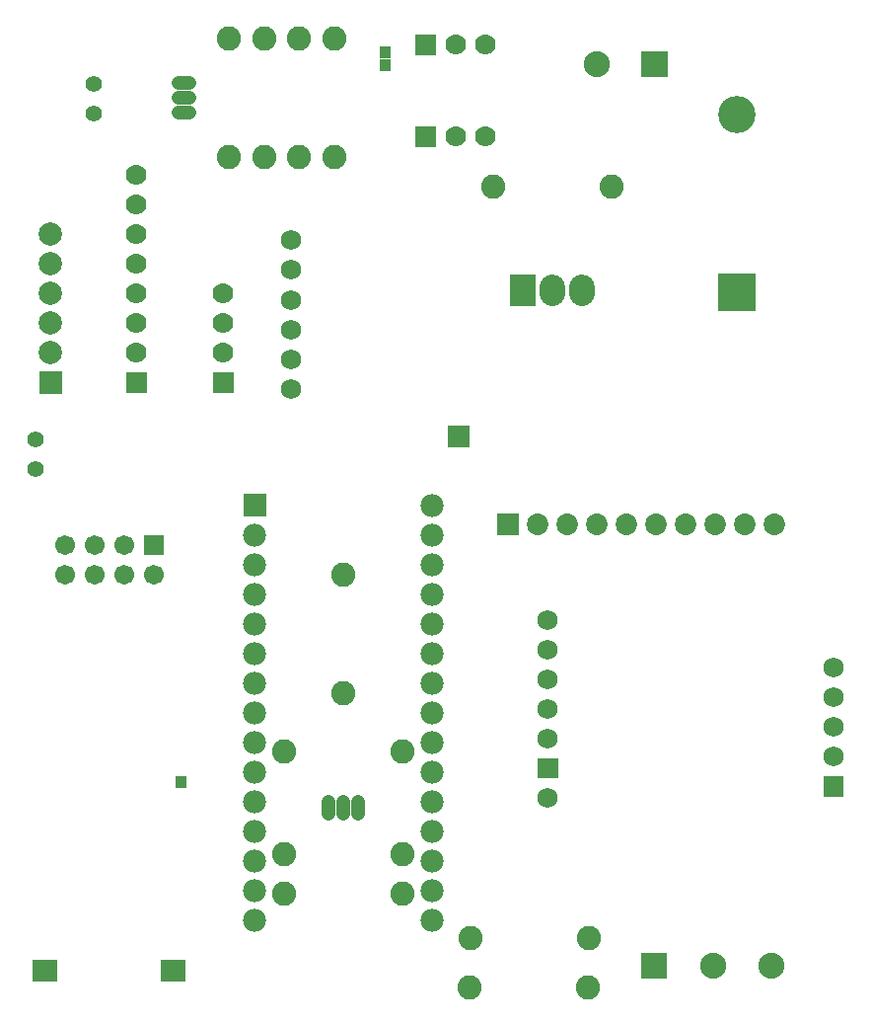
<source format=gts>
G04 Layer: TopSolderMaskLayer*
G04 EasyEDA v6.2.46, 2019-12-30T00:29:30+05:30*
G04 ef53065936be4c9b9f598b0f68a09c93,6145028fc9404f35aebdec50a9af1db0,10*
G04 Gerber Generator version 0.2*
G04 Scale: 100 percent, Rotated: No, Reflected: No *
G04 Dimensions in millimeters *
G04 leading zeros omitted , absolute positions ,3 integer and 3 decimal *
%FSLAX33Y33*%
%MOMM*%
G90*
G71D02*

%ADD20C,1.778000*%
%ADD57C,2.203196*%
%ADD58C,1.203198*%
%ADD61C,1.981200*%
%ADD63C,1.854200*%
%ADD64C,1.727200*%
%ADD65C,2.082800*%
%ADD67R,2.235200X2.235200*%
%ADD68C,2.235200*%
%ADD70C,3.203194*%
%ADD72C,1.701800*%
%ADD73C,1.397000*%
%ADD75C,2.003196*%

%LPD*%
G54D57*
G01X53489Y63269D02*
G01X53489Y62769D01*
G01X50949Y63269D02*
G01X50949Y62769D01*
G54D58*
G01X31744Y19156D02*
G01X31744Y18156D01*
G01X33014Y19156D02*
G01X33014Y18156D01*
G01X34284Y19156D02*
G01X34284Y18156D01*
G01X18809Y78259D02*
G01X19809Y78259D01*
G01X18809Y79529D02*
G01X19809Y79529D01*
G01X18809Y80799D02*
G01X19809Y80799D01*
G36*
G01X36088Y81828D02*
G01X36088Y82831D01*
G01X37091Y82831D01*
G01X37091Y81828D01*
G01X36088Y81828D01*
G37*
G36*
G01X36088Y82948D02*
G01X36088Y83952D01*
G01X37091Y83952D01*
G01X37091Y82948D01*
G01X36088Y82948D01*
G37*
G36*
G01X24417Y43621D02*
G01X24417Y45603D01*
G01X26398Y45603D01*
G01X26398Y43621D01*
G01X24417Y43621D01*
G37*
G54D61*
G01X25408Y42072D03*
G01X25408Y39532D03*
G01X25408Y36992D03*
G01X25408Y34452D03*
G01X25408Y31912D03*
G01X25408Y29372D03*
G01X25408Y26832D03*
G01X25408Y24292D03*
G01X25408Y21752D03*
G01X25408Y19212D03*
G01X25408Y16672D03*
G01X25408Y14132D03*
G01X25408Y11592D03*
G01X25408Y9052D03*
G01X40648Y44612D03*
G01X40648Y42072D03*
G01X40648Y39532D03*
G01X40648Y36992D03*
G01X40648Y34452D03*
G01X40648Y31912D03*
G01X40648Y29372D03*
G01X40648Y26832D03*
G01X40648Y24292D03*
G01X40648Y21752D03*
G01X40648Y19212D03*
G01X40648Y16672D03*
G01X40648Y14132D03*
G01X40648Y11592D03*
G01X40648Y9052D03*
G36*
G01X46172Y42052D02*
G01X46172Y43906D01*
G01X48026Y43906D01*
G01X48026Y42052D01*
G01X46172Y42052D01*
G37*
G54D63*
G01X49639Y42980D03*
G01X52179Y42980D03*
G01X54719Y42980D03*
G01X57259Y42980D03*
G01X59799Y42980D03*
G01X62339Y42980D03*
G01X64879Y42980D03*
G01X67419Y42980D03*
G01X69959Y42980D03*
G54D64*
G01X28520Y54554D03*
G01X28520Y57094D03*
G01X28520Y59634D03*
G01X28520Y62174D03*
G01X28520Y64841D03*
G01X28520Y67381D03*
G36*
G01X21800Y54262D02*
G01X21800Y56040D01*
G01X23578Y56040D01*
G01X23578Y54262D01*
G01X21800Y54262D01*
G37*
G54D20*
G01X22690Y57690D03*
G01X22690Y60230D03*
G01X22690Y62770D03*
G54D65*
G01X54030Y7528D03*
G01X43870Y7528D03*
G01X43818Y3259D03*
G01X53978Y3259D03*
G36*
G01X14320Y54241D02*
G01X14320Y56019D01*
G01X16098Y56019D01*
G01X16098Y54241D01*
G01X14320Y54241D01*
G37*
G54D20*
G01X15209Y57669D03*
G01X15209Y60209D03*
G01X15209Y62749D03*
G01X15209Y65289D03*
G01X15209Y67829D03*
G01X15209Y70369D03*
G01X15209Y72909D03*
G36*
G01X47307Y61668D02*
G01X47307Y64371D01*
G01X49512Y64371D01*
G01X49512Y61668D01*
G01X47307Y61668D01*
G37*
G54D65*
G01X56048Y71949D03*
G01X45888Y71949D03*
G36*
G01X58590Y81282D02*
G01X58590Y83517D01*
G01X60825Y83517D01*
G01X60825Y81282D01*
G01X58590Y81282D01*
G37*
G54D68*
G01X54729Y82399D03*
G54D67*
G01X59695Y5115D03*
G54D68*
G01X64698Y5115D03*
G01X69702Y5115D03*
G54D20*
G01X45150Y84099D03*
G01X42610Y84099D03*
G36*
G01X39182Y83210D02*
G01X39182Y84988D01*
G01X40960Y84988D01*
G01X40960Y83210D01*
G01X39182Y83210D01*
G37*
G36*
G01X65148Y61257D02*
G01X65148Y64460D01*
G01X68351Y64460D01*
G01X68351Y61257D01*
G01X65148Y61257D01*
G37*
G54D70*
G01X66748Y78099D03*
G36*
G01X15880Y40330D02*
G01X15880Y42031D01*
G01X17581Y42031D01*
G01X17581Y40330D01*
G01X15880Y40330D01*
G37*
G54D72*
G01X14189Y41180D03*
G01X11649Y41180D03*
G01X9109Y41180D03*
G01X9109Y38640D03*
G01X11649Y38640D03*
G01X14189Y38640D03*
G01X16729Y38640D03*
G54D73*
G01X11549Y78179D03*
G01X11549Y80719D03*
G01X6589Y47740D03*
G01X6589Y50280D03*
G36*
G01X74198Y19639D02*
G01X74198Y21366D01*
G01X75925Y21366D01*
G01X75925Y19639D01*
G01X74198Y19639D01*
G37*
G54D64*
G01X75061Y23041D03*
G01X75061Y25581D03*
G01X75061Y28121D03*
G01X75061Y30661D03*
G01X50555Y19491D03*
G36*
G01X49692Y21168D02*
G01X49692Y22895D01*
G01X51419Y22895D01*
G01X51419Y21168D01*
G01X49692Y21168D01*
G37*
G01X50555Y24571D03*
G01X50555Y27111D03*
G01X50555Y29651D03*
G01X50555Y32191D03*
G01X50555Y34731D03*
G54D20*
G01X45148Y76210D03*
G01X42608Y76210D03*
G36*
G01X39179Y75321D02*
G01X39179Y77099D01*
G01X40957Y77099D01*
G01X40957Y75321D01*
G01X39179Y75321D01*
G37*
G54D65*
G01X33014Y28530D03*
G01X33014Y38690D03*
G01X23189Y74449D03*
G01X23189Y84609D03*
G01X26189Y74449D03*
G01X26189Y84609D03*
G01X29189Y74449D03*
G01X29189Y84609D03*
G01X32189Y74449D03*
G01X32189Y84609D03*
G01X27934Y23489D03*
G01X38094Y23489D03*
G01X27934Y14649D03*
G01X38094Y14649D03*
G01X27934Y11329D03*
G01X38094Y11329D03*
G54D75*
G01X7879Y67830D03*
G01X7879Y65290D03*
G01X7879Y62750D03*
G01X7879Y60210D03*
G01X7879Y57670D03*
G36*
G01X6878Y54129D02*
G01X6878Y56131D01*
G01X8879Y56131D01*
G01X8879Y54129D01*
G01X6878Y54129D01*
G37*
G36*
G01X18618Y20388D02*
G01X18618Y21391D01*
G01X19522Y21391D01*
G01X19522Y20388D01*
G01X18618Y20388D01*
G37*
G36*
G01X17307Y3789D02*
G01X17307Y5590D01*
G01X19410Y5590D01*
G01X19410Y3789D01*
G01X17307Y3789D01*
G37*
G36*
G01X6309Y3789D02*
G01X6309Y5590D01*
G01X8412Y5590D01*
G01X8412Y3789D01*
G01X6309Y3789D01*
G37*
G36*
G01X41943Y49563D02*
G01X41943Y51417D01*
G01X43797Y51417D01*
G01X43797Y49563D01*
G01X41943Y49563D01*
G37*
M00*
M02*

</source>
